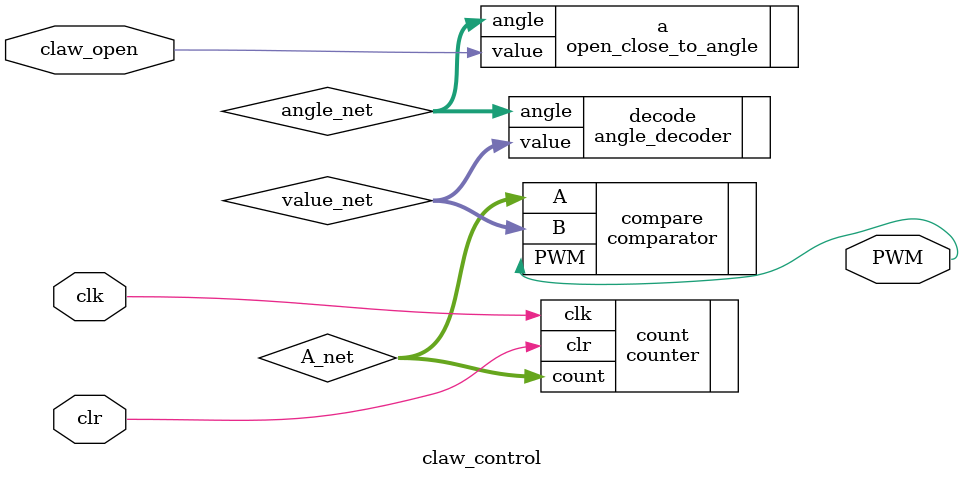
<source format=v>
`timescale 1ns / 1ps


module claw_control(
    input claw_open,
    input clk,
    input clr,
    output PWM
    );
    
        wire [19:0] A_net;
        wire [19:0] value_net;
        wire [8:0] angle_net;
        
        open_close_to_angle a(
            .value(claw_open),
            .angle(angle_net)
            );
      
        
        // Convert the angle value to 
        // the constant value needed for the PWM.
        angle_decoder decode(
            .angle(angle_net),
            .value(value_net)
            );
        
        // Compare the count value from the
        // counter, with the constant value set by
        // the switches.
        comparator compare(
            .A(A_net),
            .B(value_net),
            .PWM(PWM)
            );
          
        // Counts up to a certain value and then resets.
        // This module creates the refresh rate of 20ms.   
        counter count(
            .clr(clr),
            .clk(clk),
            .count(A_net)
            );
            
    
endmodule

</source>
